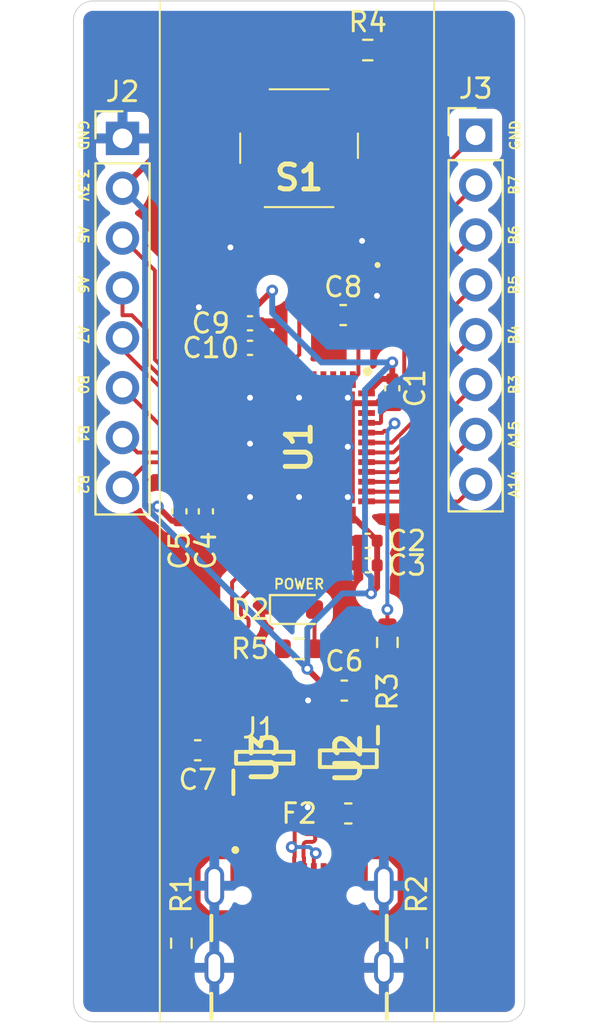
<source format=kicad_pcb>
(kicad_pcb (version 20241229) (generator "pcbnew") (generator_version "9.0")
  (layers (0 "F.Cu" signal) (2 "B.Cu" signal) (13 "F.Paste" user) (15 "B.Paste" user) (5 "F.SilkS" user "F.Silkscreen") (7 "B.SilkS" user "B.Silkscreen") (1 "F.Mask" user) (3 "B.Mask" user) (25 "Edge.Cuts" user))
  (net 0 "")
  (net 1 "Net-(F2-Pad2)")
  (net 2 "+5V")
  (net 3 "D-")
  (net 4 "D+")
  (net 5 "A0")
  (net 6 "B4")
  (net 7 "A9")
  (net 8 "B3")
  (net 9 "A8")
  (net 10 "A5")
  (net 11 "A3")
  (net 12 "A4")
  (net 13 "A7")
  (net 14 "A10")
  (net 15 "A13")
  (net 16 "B6")
  (net 17 "USB+")
  (net 18 "B8")
  (net 19 "A1")
  (net 20 "A2")
  (net 21 "A14")
  (net 22 "USB-")
  (net 23 "B0")
  (net 24 "B7")
  (net 25 "B1")
  (net 26 "A15")
  (net 27 "B5")
  (net 28 "A6")
  (net 29 "B2")
  (net 30 "+3.3V")
  (net 31 "Net-(J1-CC1)")
  (net 33 "GND")
  (net 34 "Net-(J1-CC2)")
  (net 36 "Net-(U1-VBAT)")
  (net 37 "Net-(U1-BOOT0)")
  (net 38 "NRST")
  (net 39 "B9")
  (net 42 "B13")
  (net 43 "B12")
  (net 46 "B10")
  (net 47 "B14")
  (net 50 "B15")
  (net 51 "Net-(D2-A)")
  (net 52 "Net-(S1-COM_1)")
  (footprint "Capacitor_SMD:C_0603_1608Metric" (layer "F.Cu") (at 115.805 108.13)
    (property "Reference" "C6" (at 0 -1.5 0) (layer "F.SilkS"))
    (property "Value" "1 uF")
    (fp_line (start -0.14058 -0.51) (end 0.14058 -0.51) (stroke (width 0.12)) (layer "F.SilkS"))
    (fp_line (start -0.14058 0.51) (end 0.14058 0.51) (stroke (width 0.12)) (layer "F.SilkS"))
    (pad "1" smd roundrect (at -0.775 0) (size 0.9 0.95) (layers "F.Cu" "F.Mask" "F.Paste") (net 30 "+3.3V"))
    (pad "2" smd roundrect (at 0.775 0) (size 0.9 0.95) (layers "F.Cu" "F.Mask" "F.Paste") (net 33 "GND"))
  )
  (footprint "Resistor_SMD:R_0603_1608Metric" (layer "F.Cu") (at 117 75.5)
    (property "Reference" "R4" (at 0 -1.43 0) (layer "F.SilkS"))
    (property "Value" "10k Ω")
    (fp_line (start -0.237258 -0.5225) (end 0.237258 -0.5225) (stroke (width 0.12)) (layer "F.SilkS"))
    (fp_line (start -0.237258 0.5225) (end 0.237258 0.5225) (stroke (width 0.12)) (layer "F.SilkS"))
    (pad "1" smd roundrect (at -0.825 0) (size 0.8 0.95) (layers "F.Cu" "F.Mask" "F.Paste") (net 30 "+3.3V"))
    (pad "2" smd roundrect (at 0.825 0) (size 0.8 0.95) (layers "F.Cu" "F.Mask" "F.Paste") (net 52 "Net-(S1-COM_1)"))
  )
  (footprint "Capacitor_SMD:C_0603_1608Metric" (layer "F.Cu") (at 115.75 89)
    (property "Reference" "C8" (at 0 -1.43 0) (layer "F.SilkS"))
    (property "Value" "2.2 uF")
    (fp_line (start -0.14058 -0.51) (end 0.14058 -0.51) (stroke (width 0.12)) (layer "F.SilkS"))
    (fp_line (start -0.14058 0.51) (end 0.14058 0.51) (stroke (width 0.12)) (layer "F.SilkS"))
    (pad "1" smd roundrect (at -0.775 0) (size 0.9 0.95) (layers "F.Cu" "F.Mask" "F.Paste") (net 33 "GND"))
    (pad "2" smd roundrect (at 0.775 0) (size 0.9 0.95) (layers "F.Cu" "F.Mask" "F.Paste") (net 36 "Net-(U1-VBAT)"))
  )
  (footprint "Capacitor_SMD:C_0402_1005Metric" (layer "F.Cu") (at 117 101.75 180)
    (property "Reference" "C3" (at -2 0 0) (layer "F.SilkS"))
    (property "Value" "100 nF")
    (fp_line (start -0.107836 0.36) (end 0.107836 0.36) (stroke (width 0.12)) (layer "F.SilkS"))
    (fp_line (start -0.107836 -0.36) (end 0.107836 -0.36) (stroke (width 0.12)) (layer "F.SilkS"))
    (pad "1" smd roundrect (at -0.48 0 180) (size 0.56 0.62) (layers "F.Cu" "F.Mask" "F.Paste") (net 30 "+3.3V"))
    (pad "2" smd roundrect (at 0.48 0 180) (size 0.56 0.62) (layers "F.Cu" "F.Mask" "F.Paste") (net 33 "GND"))
  )
  (footprint "KiCad Libs:SOT95P280X145-6N" (layer "F.Cu") (at 111.75 111.55 90)
    (property "Reference" "U3" (at 0 0 90) (layer "F.SilkS") (effects (font (size 1.27 1.27) (thickness 0.254))))
    (property "Value" "USBLC6-2SC6Y" (hide yes))
    (fp_line (start -1.85 -1.6) (end -0.65 -1.6) (stroke (width 0.2)) (layer "F.SilkS"))
    (fp_line (start 0.3 -1.462) (end 0.3 1.462) (stroke (width 0.2)) (layer "F.SilkS"))
    (fp_line (start -0.3 -1.462) (end 0.3 -1.462) (stroke (width 0.2)) (layer "F.SilkS"))
    (fp_line (start 0.3 1.462) (end -0.3 1.462) (stroke (width 0.2)) (layer "F.SilkS"))
    (fp_line (start -0.3 1.462) (end -0.3 -1.462) (stroke (width 0.2)) (layer "F.SilkS"))
    (pad "1" smd rect (at -1.25 -0.95 180) (size 0.6 1.2) (layers "F.Cu" "F.Mask" "F.Paste") (net 4 "D+"))
    (pad "2" smd rect (at -1.25 0 180) (size 0.6 1.2) (layers "F.Cu" "F.Mask" "F.Paste") (net 33 "GND"))
    (pad "3" smd rect (at -1.25 0.95 180) (size 0.6 1.2) (layers "F.Cu" "F.Mask" "F.Paste") (net 3 "D-"))
    (pad "4" smd rect (at 1.25 0.95 180) (size 0.6 1.2) (layers "F.Cu" "F.Mask" "F.Paste") (net 17 "USB+"))
    (pad "5" smd rect (at 1.25 0 180) (size 0.6 1.2) (layers "F.Cu" "F.Mask" "F.Paste") (net 2 "+5V"))
    (pad "6" smd rect (at 1.25 -0.95 180) (size 0.6 1.2) (layers "F.Cu" "F.Mask" "F.Paste") (net 22 "USB-"))
  )
  (footprint "KiCad Libs:SOT96P240X105-3N" (layer "F.Cu") (at 116.01 111.6 -90)
    (property "Reference" "U2" (at 0 0 270) (layer "F.SilkS") (effects (font (size 1.27 1.27) (thickness 0.254))))
    (property "Value" "AP2120N-3.3TRG1" (hide yes))
    (fp_line (start -0.425 1.45) (end -0.425 -1.45) (stroke (width 0.2)) (layer "F.SilkS"))
    (fp_line (start 0.425 1.45) (end -0.425 1.45) (stroke (width 0.2)) (layer "F.SilkS"))
    (fp_line (start -0.425 -1.45) (end 0.425 -1.45) (stroke (width 0.2)) (layer "F.SilkS"))
    (fp_line (start 0.425 -1.45) (end 0.425 1.45) (stroke (width 0.2)) (layer "F.SilkS"))
    (fp_line (start -1.625 -1.51) (end -0.775 -1.51) (stroke (width 0.2)) (layer "F.SilkS"))
    (pad "1" smd rect (at -1.2 -0.96) (size 0.6 0.85) (layers "F.Cu" "F.Mask" "F.Paste") (net 33 "GND"))
    (pad "2" smd rect (at -1.2 0.96) (size 0.6 0.85) (layers "F.Cu" "F.Mask" "F.Paste") (net 30 "+3.3V"))
    (pad "3" smd rect (at 1.2 0) (size 0.6 0.85) (layers "F.Cu" "F.Mask" "F.Paste") (net 2 "+5V"))
  )
  (footprint "Capacitor_SMD:C_0402_1005Metric" (layer "F.Cu") (at 107.4 99 90)
    (property "Reference" "C5" (at -2 0 90) (layer "F.SilkS"))
    (property "Value" "100 nF")
    (fp_line (start -0.107836 -0.36) (end 0.107836 -0.36) (stroke (width 0.12)) (layer "F.SilkS"))
    (fp_line (start -0.107836 0.36) (end 0.107836 0.36) (stroke (width 0.12)) (layer "F.SilkS"))
    (pad "1" smd roundrect (at -0.48 0 90) (size 0.56 0.62) (layers "F.Cu" "F.Mask" "F.Paste") (net 30 "+3.3V"))
    (pad "2" smd roundrect (at 0.48 0 90) (size 0.56 0.62) (layers "F.Cu" "F.Mask" "F.Paste") (net 33 "GND"))
  )
  (footprint "LED_SMD:LED_0603_1608Metric" (layer "F.Cu") (at 113.5 104)
    (property "Reference" "D2" (at -2.5 0 0) (layer "F.SilkS"))
    (property "Value" "LED")
    (fp_line (start -1.485 -0.735) (end -1.485 0.735) (stroke (width 0.12)) (layer "F.SilkS"))
    (fp_line (start -1.485 0.735) (end 0.8 0.735) (stroke (width 0.12)) (layer "F.SilkS"))
    (fp_line (start 0.8 -0.735) (end -1.485 -0.735) (stroke (width 0.12)) (layer "F.SilkS"))
    (pad "1" smd roundrect (at -0.7875 0) (size 0.875 0.95) (layers "F.Cu" "F.Mask" "F.Paste") (net 33 "GND"))
    (pad "2" smd roundrect (at 0.7875 0) (size 0.875 0.95) (layers "F.Cu" "F.Mask" "F.Paste") (net 51 "Net-(D2-A)"))
  )
  (footprint "Resistor_SMD:R_0603_1608Metric" (layer "F.Cu") (at 119.5 121 -90)
    (property "Reference" "R2" (at -2.5 0 90) (layer "F.SilkS"))
    (property "Value" "5.1k Ω")
    (fp_line (start -0.237258 0.5225) (end 0.237258 0.5225) (stroke (width 0.12)) (layer "F.SilkS"))
    (fp_line (start -0.237258 -0.5225) (end 0.237258 -0.5225) (stroke (width 0.12)) (layer "F.SilkS"))
    (pad "1" smd roundrect (at -0.825 0 270) (size 0.8 0.95) (layers "F.Cu" "F.Mask" "F.Paste") (net 34 "Net-(J1-CC2)"))
    (pad "2" smd roundrect (at 0.825 0 270) (size 0.8 0.95) (layers "F.Cu" "F.Mask" "F.Paste") (net 33 "GND"))
  )
  (footprint "Capacitor_SMD:C_0402_1005Metric" (layer "F.Cu") (at 117 100.5 180)
    (property "Reference" "C2" (at -2 0 0) (layer "F.SilkS"))
    (property "Value" "100 nF")
    (fp_line (start -0.107836 0.36) (end 0.107836 0.36) (stroke (width 0.12)) (layer "F.SilkS"))
    (fp_line (start -0.107836 -0.36) (end 0.107836 -0.36) (stroke (width 0.12)) (layer "F.SilkS"))
    (pad "1" smd roundrect (at -0.48 0 180) (size 0.56 0.62) (layers "F.Cu" "F.Mask" "F.Paste") (net 30 "+3.3V"))
    (pad "2" smd roundrect (at 0.48 0 180) (size 0.56 0.62) (layers "F.Cu" "F.Mask" "F.Paste") (net 33 "GND"))
  )
  (footprint "KiCad Libs:B3SN3012P" (layer "F.Cu") (at 113.5 80.5)
    (property "Reference" "S1" (at 0 1.5 0) (layer "F.SilkS") (effects (font (size 1.27 1.27) (thickness 0.254))))
    (property "Value" "B3SN-3012P" (hide yes))
    (fp_line (start -3 -0.75) (end -3 -0.75) (stroke (width 0.1)) (layer "F.SilkS"))
    (fp_line (start -3 -0.75) (end -3 0.75) (stroke (width 0.1)) (layer "F.SilkS"))
    (fp_line (start -3 0.75) (end -3 -0.75) (stroke (width 0.1)) (layer "F.SilkS"))
    (fp_line (start -3 0.75) (end -3 0.75) (stroke (width 0.1)) (layer "F.SilkS"))
    (fp_line (start -1.75 3) (end -1.75 3) (stroke (width 0.1)) (layer "F.SilkS"))
    (fp_line (start -1.75 3) (end 1.75 3) (stroke (width 0.1)) (layer "F.SilkS"))
    (fp_line (start -1.5 -3) (end -1.5 -3) (stroke (width 0.1)) (layer "F.SilkS"))
    (fp_line (start -1.5 -3) (end 1.5 -3) (stroke (width 0.1)) (layer "F.SilkS"))
    (fp_line (start 1.5 -3) (end -1.5 -3) (stroke (width 0.1)) (layer "F.SilkS"))
    (fp_line (start 1.5 -3) (end 1.5 -3) (stroke (width 0.1)) (layer "F.SilkS"))
    (fp_line (start 1.75 3) (end -1.75 3) (stroke (width 0.1)) (layer "F.SilkS"))
    (fp_line (start 1.75 3) (end 1.75 3) (stroke (width 0.1)) (layer "F.SilkS"))
    (fp_line (start 3 -0.75) (end 3 -0.75) (stroke (width 0.1)) (layer "F.SilkS"))
    (fp_line (start 3 -0.75) (end 3 0.5) (stroke (width 0.1)) (layer "F.SilkS"))
    (fp_line (start 3 0.5) (end 3 -0.75) (stroke (width 0.1)) (layer "F.SilkS"))
    (fp_line (start 3 0.5) (end 3 0.5) (stroke (width 0.1)) (layer "F.SilkS"))
    (fp_line (start 4 5.9) (end 4 5.9) (stroke (width 0.2)) (layer "F.SilkS"))
    (fp_line (start 4 6) (end 4 6) (stroke (width 0.2)) (layer "F.SilkS"))
    (fp_line (start 4 6) (end 4 6) (stroke (width 0.2)) (layer "F.SilkS"))
    (fp_arc (start 4 5.9) (mid 4.05 5.95) (end 4 6) (stroke (width 0.2)) (layer "F.SilkS"))
    (fp_arc (start 4 5.9) (mid 4.05 5.95) (end 4 6) (stroke (width 0.2)) (layer "F.SilkS"))
    (fp_arc (start 4 6) (mid 3.95 5.95) (end 4 5.9) (stroke (width 0.2)) (layer "F.SilkS"))
    (pad "1" smd rect (at 3.375 2 90) (size 1.4 2.75) (layers "F.Cu" "F.Mask" "F.Paste") (net 52 "Net-(S1-COM_1)"))
    (pad "2" smd rect (at -3.375 2 90) (size 1.4 2.75) (layers "F.Cu" "F.Mask" "F.Paste") (net 38 "NRST"))
    (pad "3" smd rect (at 3.375 -2 90) (size 1.4 2.75) (layers "F.Cu" "F.Mask" "F.Paste") (net 33 "GND"))
    (pad "4" smd rect (at -3.375 -2 90) (size 1.4 2.75) (layers "F.Cu" "F.Mask" "F.Paste") (net 33 "GND"))
  )
  (footprint "Capacitor_SMD:C_0402_1005Metric" (layer "F.Cu") (at 108.75 99 90)
    (property "Reference" "C4" (at -2 0 90) (layer "F.SilkS"))
    (property "Value" "100 nF")
    (fp_line (start -0.107836 -0.36) (end 0.107836 -0.36) (stroke (width 0.12)) (layer "F.SilkS"))
    (fp_line (start -0.107836 0.36) (end 0.107836 0.36) (stroke (width 0.12)) (layer "F.SilkS"))
    (pad "1" smd roundrect (at -0.48 0 90) (size 0.56 0.62) (layers "F.Cu" "F.Mask" "F.Paste") (net 30 "+3.3V"))
    (pad "2" smd roundrect (at 0.48 0 90) (size 0.56 0.62) (layers "F.Cu" "F.Mask" "F.Paste") (net 33 "GND"))
  )
  (footprint "Resistor_SMD:R_0603_1608Metric" (layer "F.Cu") (at 113.5 106 180)
    (property "Reference" "R5" (at 2.5 0 0) (layer "F.SilkS"))
    (property "Value" "330Ω")
    (fp_line (start -0.237258 0.5225) (end 0.237258 0.5225) (stroke (width 0.12)) (layer "F.SilkS"))
    (fp_line (start -0.237258 -0.5225) (end 0.237258 -0.5225) (stroke (width 0.12)) (layer "F.SilkS"))
    (pad "1" smd roundrect (at -0.825 0 180) (size 0.8 0.95) (layers "F.Cu" "F.Mask" "F.Paste") (net 51 "Net-(D2-A)"))
    (pad "2" smd roundrect (at 0.825 0 180) (size 0.8 0.95) (layers "F.Cu" "F.Mask" "F.Paste") (net 30 "+3.3V"))
  )
  (footprint "Capacitor_SMD:C_0402_1005Metric" (layer "F.Cu") (at 111 89.42)
    (property "Reference" "C9" (at -2 0 0) (layer "F.SilkS"))
    (property "Value" "100 nF")
    (fp_line (start -0.107836 -0.36) (end 0.107836 -0.36) (stroke (width 0.12)) (layer "F.SilkS"))
    (fp_line (start -0.107836 0.36) (end 0.107836 0.36) (stroke (width 0.12)) (layer "F.SilkS"))
    (pad "1" smd roundrect (at -0.48 0) (size 0.56 0.62) (layers "F.Cu" "F.Mask" "F.Paste") (net 30 "+3.3V"))
    (pad "2" smd roundrect (at 0.48 0) (size 0.56 0.62) (layers "F.Cu" "F.Mask" "F.Paste") (net 33 "GND"))
  )
  (footprint "KiCad Libs:QFN50P700X700X60-49N-D" (layer "F.Cu") (at 113.49 95.74 -90)
    (property "Reference" "U1" (at 0 0 270) (layer "F.SilkS") (effects (font (size 1.27 1.27) (thickness 0.254))))
    (property "Value" "STM32F411CEU6" (hide yes))
    (fp_circle (center -3.875 -3.5) (end -3.875 -3.375) (stroke (width 0.25)) (fill no) (layer "F.SilkS"))
    (pad "1" smd rect (at -3.45 -2.75) (size 0.3 0.85) (layers "F.Cu" "F.Mask" "F.Paste") (net 36 "Net-(U1-VBAT)"))
    (pad "2" smd rect (at -3.45 -2.25) (size 0.3 0.85) (layers "F.Cu" "F.Mask" "F.Paste"))
    (pad "3" smd rect (at -3.45 -1.75) (size 0.3 0.85) (layers "F.Cu" "F.Mask" "F.Paste"))
    (pad "4" smd rect (at -3.45 -1.25) (size 0.3 0.85) (layers "F.Cu" "F.Mask" "F.Paste"))
    (pad "5" smd rect (at -3.45 -0.75) (size 0.3 0.85) (layers "F.Cu" "F.Mask" "F.Paste"))
    (pad "6" smd rect (at -3.45 -0.25) (size 0.3 0.85) (layers "F.Cu" "F.Mask" "F.Paste"))
    (pad "7" smd rect (at -3.45 0.25) (size 0.3 0.85) (layers "F.Cu" "F.Mask" "F.Paste") (net 38 "NRST"))
    (pad "8" smd rect (at -3.45 0.75) (size 0.3 0.85) (layers "F.Cu" "F.Mask" "F.Paste") (net 33 "GND"))
    (pad "9" smd rect (at -3.45 1.25) (size 0.3 0.85) (layers "F.Cu" "F.Mask" "F.Paste") (net 30 "+3.3V"))
    (pad "10" smd rect (at -3.45 1.75) (size 0.3 0.85) (layers "F.Cu" "F.Mask" "F.Paste") (net 5 "A0"))
    (pad "11" smd rect (at -3.45 2.25) (size 0.3 0.85) (layers "F.Cu" "F.Mask" "F.Paste") (net 19 "A1"))
    (pad "12" smd rect (at -3.45 2.75) (size 0.3 0.85) (layers "F.Cu" "F.Mask" "F.Paste") (net 20 "A2"))
    (pad "13" smd rect (at -2.75 3.45 270) (size 0.3 0.85) (layers "F.Cu" "F.Mask" "F.Paste") (net 11 "A3"))
    (pad "14" smd rect (at -2.25 3.45 270) (size 0.3 0.85) (layers "F.Cu" "F.Mask" "F.Paste") (net 12 "A4"))
    (pad "15" smd rect (at -1.75 3.45 270) (size 0.3 0.85) (layers "F.Cu" "F.Mask" "F.Paste") (net 10 "A5"))
    (pad "16" smd rect (at -1.25 3.45 270) (size 0.3 0.85) (layers "F.Cu" "F.Mask" "F.Paste") (net 28 "A6"))
    (pad "17" smd rect (at -0.75 3.45 270) (size 0.3 0.85) (layers "F.Cu" "F.Mask" "F.Paste") (net 13 "A7"))
    (pad "18" smd rect (at -0.25 3.45 270) (size 0.3 0.85) (layers "F.Cu" "F.Mask" "F.Paste") (net 23 "B0"))
    (pad "19" smd rect (at 0.25 3.45 270) (size 0.3 0.85) (layers "F.Cu" "F.Mask" "F.Paste") (net 25 "B1"))
    (pad "20" smd rect (at 0.75 3.45 270) (size 0.3 0.85) (layers "F.Cu" "F.Mask" "F.Paste") (net 29 "B2"))
    (pad "21" smd rect (at 1.25 3.45 270) (size 0.3 0.85) (layers "F.Cu" "F.Mask" "F.Paste") (net 46 "B10"))
    (pad "22" smd rect (at 1.75 3.45 270) (size 0.3 0.85) (layers "F.Cu" "F.Mask" "F.Paste"))
    (pad "23" smd rect (at 2.25 3.45 270) (size 0.3 0.85) (layers "F.Cu" "F.Mask" "F.Paste") (net 33 "GND"))
    (pad "24" smd rect (at 2.75 3.45 270) (size 0.3 0.85) (layers "F.Cu" "F.Mask" "F.Paste") (net 30 "+3.3V"))
    (pad "25" smd rect (at 3.45 2.75) (size 0.3 0.85) (layers "F.Cu" "F.Mask" "F.Paste") (net 43 "B12"))
    (pad "26" smd rect (at 3.45 2.25) (size 0.3 0.85) (layers "F.Cu" "F.Mask" "F.Paste") (net 42 "B13"))
    (pad "27" smd rect (at 3.45 1.75) (size 0.3 0.85) (layers "F.Cu" "F.Mask" "F.Paste") (net 47 "B14"))
    (pad "28" smd rect (at 3.45 1.25) (size 0.3 0.85) (layers "F.Cu" "F.Mask" "F.Paste") (net 50 "B15"))
    (pad "29" smd rect (at 3.45 0.75) (size 0.3 0.85) (layers "F.Cu" "F.Mask" "F.Paste") (net 9 "A8"))
    (pad "30" smd rect (at 3.45 0.25) (size 0.3 0.85) (layers "F.Cu" "F.Mask" "F.Paste") (net 7 "A9"))
    (pad "31" smd rect (at 3.45 -0.25) (size 0.3 0.85) (layers "F.Cu" "F.Mask" "F.Paste") (net 14 "A10"))
    (pad "32" smd rect (at 3.45 -0.75) (size 0.3 0.85) (layers "F.Cu" "F.Mask" "F.Paste") (net 22 "USB-"))
    (pad "33" smd rect (at 3.45 -1.25) (size 0.3 0.85) (layers "F.Cu" "F.Mask" "F.Paste") (net 17 "USB+"))
    (pad "34" smd rect (at 3.45 -1.75) (size 0.3 0.85) (layers "F.Cu" "F.Mask" "F.Paste") (net 15 "A13"))
    (pad "35" smd rect (at 3.45 -2.25) (size 0.3 0.85) (layers "F.Cu" "F.Mask" "F.Paste") (net 33 "GND"))
    (pad "36" smd rect (at 3.45 -2.75) (size 0.3 0.85) (layers "F.Cu" "F.Mask" "F.Paste") (net 30 "+3.3V"))
    (pad "37" smd rect (at 2.75 -3.45 270) (size 0.3 0.85) (layers "F.Cu" "F.Mask" "F.Paste") (net 21 "A14"))
    (pad "38" smd rect (at 2.25 -3.45 270) (size 0.3 0.85) (layers "F.Cu" "F.Mask" "F.Paste") (net 26 "A15"))
    (pad "39" smd rect (at 1.75 -3.45 270) (size 0.3 0.85) (layers "F.Cu" "F.Mask" "F.Paste") (net 8 "B3"))
    (pad "40" smd rect (at 1.25 -3.45 270) (size 0.3 0.85) (layers "F.Cu" "F.Mask" "F.Paste") (net 6 "B4"))
    (pad "41" smd rect (at 0.75 -3.45 270) (size 0.3 0.85) (layers "F.Cu" "F.Mask" "F.Paste") (net 27 "B5"))
    (pad "42" smd rect (at 0.25 -3.45 270) (size 0.3 0.85) (layers "F.Cu" "F.Mask" "F.Paste") (net 16 "B6"))
    (pad "43" smd rect (at -0.25 -3.45 270) (size 0.3 0.85) (layers "F.Cu" "F.Mask" "F.Paste") (net 24 "B7"))
    (pad "44" smd rect (at -0.75 -3.45 270) (size 0.3 0.85) (layers "F.Cu" "F.Mask" "F.Paste") (net 37 "Net-(U1-BOOT0)"))
    (pad "45" smd rect (at -1.25 -3.45 270) (size 0.3 0.85) (layers "F.Cu" "F.Mask" "F.Paste") (net 18 "B8"))
    (pad "46" smd rect (at -1.75 -3.45 270) (size 0.3 0.85) (layers "F.Cu" "F.Mask" "F.Paste") (net 39 "B9"))
    (pad "47" smd rect (at -2.25 -3.45 270) (size 0.3 0.85) (layers "F.Cu" "F.Mask" "F.Paste") (net 33 "GND"))
    (pad "48" smd rect (at -2.75 -3.45 270) (size 0.3 0.85) (layers "F.Cu" "F.Mask" "F.Paste") (net 30 "+3.3V"))
    (pad "49" smd rect (at 0 0 270) (size 5.7 5.7) (layers "F.Cu" "F.Mask" "F.Paste") (net 33 "GND"))
  )
  (footprint "Capacitor_SMD:C_0402_1005Metric" (layer "F.Cu") (at 118.25 92.73 -90)
    (property "Reference" "C1" (at 0 -1.16 90) (layer "F.SilkS"))
    (property "Value" "10 uF")
    (fp_line (start -0.107836 0.36) (end 0.107836 0.36) (stroke (width 0.12)) (layer "F.SilkS"))
    (fp_line (start -0.107836 -0.36) (end 0.107836 -0.36) (stroke (width 0.12)) (layer "F.SilkS"))
    (pad "1" smd roundrect (at -0.48 0 270) (size 0.56 0.62) (layers "F.Cu" "F.Mask" "F.Paste") (net 30 "+3.3V"))
    (pad "2" smd roundrect (at 0.48 0 270) (size 0.56 0.62) (layers "F.Cu" "F.Mask" "F.Paste") (net 33 "GND"))
  )
  (footprint "Resistor_SMD:R_0603_1608Metric" (layer "F.Cu") (at 107.5 121 -90)
    (property "Reference" "R1" (at -2.5 0 90) (layer "F.SilkS"))
    (property "Value" "5.1k")
    (fp_line (start -0.237258 0.5225) (end 0.237258 0.5225) (stroke (width 0.12)) (layer "F.SilkS"))
    (fp_line (start -0.237258 -0.5225) (end 0.237258 -0.5225) (stroke (width 0.12)) (layer "F.SilkS"))
    (pad "1" smd roundrect (at -0.825 0 270) (size 0.8 0.95) (layers "F.Cu" "F.Mask" "F.Paste") (net 31 "Net-(J1-CC1)"))
    (pad "2" smd roundrect (at 0.825 0 270) (size 0.8 0.95) (layers "F.Cu" "F.Mask" "F.Paste") (net 33 "GND"))
  )
  (footprint "Fuse:Fuse_0603_1608Metric" (layer "F.Cu") (at 116.0075 114.39)
    (property "Reference" "F2" (at -2.5 0 0) (layer "F.SilkS"))
    (property "Value" "500 mA")
    (fp_line (start -0.162779 -0.51) (end 0.162779 -0.51) (stroke (width 0.12)) (layer "F.SilkS"))
    (fp_line (start -0.162779 0.51) (end 0.162779 0.51) (stroke (width 0.12)) (layer "F.SilkS"))
    (pad "1" smd roundrect (at -0.7875 0) (size 0.875 0.95) (layers "F.Cu" "F.Mask" "F.Paste") (net 2 "+5V"))
    (pad "2" smd roundrect (at 0.7875 0) (size 0.875 0.95) (layers "F.Cu" "F.Mask" "F.Paste") (net 1 "Net-(F2-Pad2)"))
  )
  (footprint "Capacitor_SMD:C_0402_1005Metric" (layer "F.Cu") (at 111 90.67)
    (property "Reference" "C10" (at -2 0 0) (layer "F.SilkS"))
    (property "Value" "1 uF")
    (fp_line (start -0.107836 -0.36) (end 0.107836 -0.36) (stroke (width 0.12)) (layer "F.SilkS"))
    (fp_line (start -0.107836 0.36) (end 0.107836 0.36) (stroke (width 0.12)) (layer "F.SilkS"))
    (pad "1" smd roundrect (at -0.48 0) (size 0.56 0.62) (layers "F.Cu" "F.Mask" "F.Paste") (net 30 "+3.3V"))
    (pad "2" smd roundrect (at 0.48 0) (size 0.56 0.62) (layers "F.Cu" "F.Mask" "F.Paste") (net 33 "GND"))
  )
  (footprint "Connector_PinHeader_2.54mm:PinHeader_1x08_P2.54mm_Vertical" (layer "F.Cu") (at 104.5 80)
    (property "Reference" "J2" (at 0 -2.38 0) (layer "F.SilkS"))
    (property "Value" "Conn_01x08_Pin")
    (fp_line (start -1.38 -1.38) (end 0 -1.38) (stroke (width 0.12)) (layer "F.SilkS"))
    (fp_line (start -1.38 0) (end -1.38 -1.38) (stroke (width 0.12)) (layer "F.SilkS"))
    (fp_line (start -1.38 1.27) (end -1.38 19.16) (stroke (width 0.12)) (layer "F.SilkS"))
    (fp_line (start -1.38 1.27) (end 1.38 1.27) (stroke (width 0.12)) (layer "F.SilkS"))
    (fp_line (start -1.38 19.16) (end 1.38 19.16) (stroke (width 0.12)) (layer "F.SilkS"))
    (fp_line (start 1.38 1.27) (end 1.38 19.16) (stroke (width 0.12)) (layer "F.SilkS"))
    (pad "1" thru_hole rect (at 0 0) (size 1.7 1.7) (drill 1) (layers "*.Cu" "*.Mask") (net 33 "GND"))
    (pad "2" thru_hole circle (at 0 2.54) (size 1.7 1.7) (drill 1) (layers "*.Cu" "*.Mask") (net 30 "+3.3V"))
    (pad "3" thru_hole circle (at 0 5.08) (size 1.7 1.7) (drill 1) (layers "*.Cu" "*.Mask") (net 10 "A5"))
    (pad "4" thru_hole circle (at 0 7.62) (size 1.7 1.7) (drill 1) (layers "*.Cu" "*.Mask") (net 28 "A6"))
    (pad "5" thru_hole circle (at 0 10.16) (size 1.7 1.7) (drill 1) (layers "*.Cu" "*.Mask") (net 13 "A7"))
    (pad "6" thru_hole circle (at 0 12.7) (size 1.7 1.7) (drill 1) (layers "*.Cu" "*.Mask") (net 23 "B0"))
    (pad "7" thru_hole circle (at 0 15.24) (size 1.7 1.7) (drill 1) (layers "*.Cu" "*.Mask") (net 25 "B1"))
    (pad "8" thru_hole circle (at 0 17.78) (size 1.7 1.7) (drill 1) (layers "*.Cu" "*.Mask") (net 29 "B2"))
  )
  (footprint "Resistor_SMD:R_0603_1608Metric" (layer "F.Cu") (at 118 105.675 90)
    (property "Reference" "R3" (at -2.5 0 90) (layer "F.SilkS"))
    (property "Value" "100k Ω")
    (fp_line (start -0.237258 -0.5225) (end 0.237258 -0.5225) (stroke (width 0.12)) (layer "F.SilkS"))
    (fp_line (start -0.237258 0.5225) (end 0.237258 0.5225) (stroke (width 0.12)) (layer "F.SilkS"))
    (pad "1" smd roundrect (at -0.825 0 90) (size 0.8 0.95) (layers "F.Cu" "F.Mask" "F.Paste") (net 33 "GND"))
    (pad "2" smd roundrect (at 0.825 0 90) (size 0.8 0.95) (layers "F.Cu" "F.Mask" "F.Paste") (net 37 "Net-(U1-BOOT0)"))
  )
  (footprint "USB4105-GF-A:GCT_USB4105-GF-A" (layer "F.Cu") (at 113.5 122.25)
    (property "Reference" "J1" (at -2.025 -12.205 0) (layer "F.SilkS"))
    (property "Value" "USB4105-GF-A")
    (fp_line (start -4.47 -2.65) (end -4.47 -1.4) (stroke (width 0.2)) (layer "F.SilkS"))
    (fp_line (start -4.47 1.32) (end -4.47 2.6) (stroke (width 0.2)) (layer "F.SilkS"))
    (fp_line (start 4.47 -2.65) (end 4.47 -1.4) (stroke (width 0.2)) (layer "F.SilkS"))
    (fp_line (start 4.47 2.6) (end 4.47 1.32) (stroke (width 0.2)) (layer "F.SilkS"))
    (fp_circle (center -3.25 -6) (end -3.15 -6) (stroke (width 0.2)) (fill no) (layer "F.SilkS"))
    (pad "" np_thru_hole circle (at -2.89 -3.68) (size 0.65 0.65) (drill 0.65) (layers "*.Cu" "*.Mask"))
    (pad "" np_thru_hole circle (at 2.89 -3.68) (size 0.65 0.65) (drill 0.65) (layers "*.Cu" "*.Mask"))
    (pad "A1_B12" smd rect (at -3.2 -4.755) (size 0.6 1.15) (layers "F.Cu" "F.Paste") (net 33 "GND"))
    (pad "A4_B9" smd rect (at -2.4 -4.755) (size 0.6 1.15) (layers "F.Cu" "F.Paste") (net 1 "Net-(F2-Pad2)"))
    (pad "A5" smd rect (at -1.25 -4.755) (size 0.3 1.15) (layers "F.Cu" "F.Paste") (net 31 "Net-(J1-CC1)"))
    (pad "A6" smd rect (at -0.25 -4.755) (size 0.3 1.15) (layers "F.Cu" "F.Paste") (net 4 "D+"))
    (pad "A7" smd rect (at 0.25 -4.755) (size 0.3 1.15) (layers "F.Cu" "F.Paste") (net 3 "D-"))
    (pad "A8" smd rect (at 1.25 -4.755) (size 0.3 1.15) (layers "F.Cu" "F.Paste"))
    (pad "B1_A12" smd rect (at 3.2 -4.755) (size 0.6 1.15) (layers "F.Cu" "F.Paste") (net 33 "GND"))
    (pad "B4_A9" smd rect (at 2.4 -4.755) (size 0.6 1.15) (layers "F.Cu" "F.Paste") (net 1 "Net-(F2-Pad2)"))
    (pad "B5" smd rect (at 1.75 -4.755) (size 0.3 1.15) (layers "F.Cu" "F.Paste") (net 34 "Net-(J1-CC2)"))
    (pad "B6" smd rect (at 0.75 -4.755) (size 0.3 1.15) (layers "F.Cu" "F.Paste") (net 4 "D+"))
    (pad "B7" smd rect (at -0.75 -4.755) (size 0.3 1.15) (layers "F.Cu" "F.Paste") (net 3 "D-"))
    (pad "B8" smd rect (at -1.75 -4.755) (size 0.3 1.15) (layers "F.Cu" "F.Paste"))
    (pad "SH1" thru_hole oval (at -4.32 -4.18) (size 1 2.1) (drill oval 0.6 1.7) (layers "*.Cu" "*.Mask") (net 33 "GND"))
    (pad "SH2" thru_hole oval (at 4.32 -4.18) (size 1 2.1) (drill oval 0.6 1.7) (layers "*.Cu" "*.Mask") (net 33 "GND"))
    (pad "SH3" thru_hole oval (at -4.32 0) (size 1 1.8) (drill oval 0.6 1.4) (layers "*.Cu" "*.Mask") (net 33 "GND"))
    (pad "SH4" thru_hole oval (at 4.32 0) (size 1 1.8) (drill oval 0.6 1.4) (layers "*.Cu" "*.Mask") (net 33 "GND"))
  )
  (footprint "Capacitor_SMD:C_0603_1608Metric" (layer "F.Cu") (at 108.335 111.17 180)
    (property "Reference" "C7" (at 0 -1.5 0) (layer "F.SilkS"))
    (property "Value" "1 uF")
    (fp_line (start -0.14058 0.51) (end 0.14058 0.51) (stroke (width 0.12)) (layer "F.SilkS"))
    (fp_line (start -0.14058 -0.51) (end 0.14058 -0.51) (stroke (width 0.12)) (layer "F.SilkS"))
    (pad "1" smd roundrect (at -0.775 0 180) (size 0.9 0.95) (layers "F.Cu" "F.Mask" "F.Paste") (net 2 "+5V"))
    (pad "2" smd roundrect (at 0.775 0 180) (size 0.9 0.95) (layers "F.Cu" "F.Mask" "F.Paste") (net 33 "GND"))
  )
  (footprint "Connector_PinHeader_2.54mm:PinHeader_1x08_P2.54mm_Vertical" (layer "F.Cu") (at 122.5 79.84)
    (property "Reference" "J3" (at 0 -2.38 0) (layer "F.SilkS"))
    (property "Value" "Conn_01x08_Pin")
    (fp_line (start -1.38 -1.38) (end 0 -1.38) (stroke (width 0.12)) (layer "F.SilkS"))
    (fp_line (start -1.38 0) (end -1.38 -1.38) (stroke (width 0.12)) (layer "F.SilkS"))
    (fp_line (start -1.38 1.27) (end -1.38 19.16) (stroke (width 0.12)) (layer "F.SilkS"))
    (fp_line (start -1.38 1.27) (end 1.38 1.27) (stroke (width 0.12)) (layer "F.SilkS"))
    (fp_line (start -1.38 19.16) (end 1.38 19.16) (stroke (width 0.12)) (layer "F.SilkS"))
    (fp_line (start 1.38 1.27) (end 1.38 19.16) (stroke (width 0.12)) (layer "F.SilkS"))
    (pad "1" thru_hole rect (at 0 0) (size 1.7 1.7) (drill 1) (layers "*.Cu" "*.Mask") (net 18 "B8"))
    (pad "2" thru_hole circle (at 0 2.54) (size 1.7 1.7) (drill 1) (layers "*.Cu" "*.Mask") (net 24 "B7"))
    (pad "3" thru_hole circle (at 0 5.08) (size 1.7 1.7) (drill 1) (layers "*.Cu" "*.Mask") (net 16 "B6"))
    (pad "4" thru_hole circle (at 0 7.62) (size 1.7 1.7) (drill 1) (layers "*.Cu" "*.Mask") (net 27 "B5"))
    (pad "5" thru_hole circle (at 0 10.16) (size 1.7 1.7) (drill 1) (layers "*.Cu" "*.Mask") (net 6 "B4"))
    (pad "6" thru_hole circle (at 0 12.7) (size 1.7 1.7) (drill 1) (layers "*.Cu" "*.Mask") (net 8 "B3"))
    (pad "7" thru_hole circle (at 0 15.24) (size 1.7 1.7) (drill 1) (layers "*.Cu" "*.Mask") (net 26 "A15"))
    (pad "8" thru_hole circle (at 0 17.78) (size 1.7 1.7) (drill 1) (layers "*.Cu" "*.Mask") (net 21 "A14"))
  )
  (gr_line (start 120.38 73) (end 120.38 125) (stroke (width 0.1)) (layer "F.SilkS"))
  (gr_line (start 106.4 73) (end 106.4 125) (stroke (width 0.1)) (layer "F.SilkS"))
  (gr_line (start 102 124) (end 102 74) (stroke (width 0.05)) (layer "Edge.Cuts"))
  (gr_arc (start 124 73) (mid 124.707107 73.292893) (end 125 74) (stroke (width 0.05)) (layer "Edge.Cuts"))
  (gr_arc (start 102 74) (mid 102.292893 73.292893) (end 103 73) (stroke (width 0.05)) (layer "Edge.Cuts"))
  (gr_line (start 125 74) (end 125 124) (stroke (width 0.05)) (layer "Edge.Cuts"))
  (gr_arc (start 103 125) (mid 102.292893 124.707107) (end 102 124) (stroke (width 0.05)) (layer "Edge.Cuts"))
  (gr_line (start 103 73) (end 124 73) (stroke (width 0.05)) (layer "Edge.Cuts"))
  (gr_line (start 124 125) (end 103 125) (stroke (width 0.05)) (layer "Edge.Cuts"))
  (gr_arc (start 125 124) (mid 124.707107 124.707107) (end 124 125) (stroke (width 0.05)) (layer "Edge.Cuts"))
  (gr_text "POWER" (at 113.5 103 0) (layer "F.SilkS") (effects (font (size 0.5 0.5) (thickness 0.1)) (justify bottom)))
  (gr_text "A6" (at 102.2 87.46 270) (layer "F.SilkS") (effects (font (size 0.5 0.5) (thickness 0.1)) (justify bottom)))
  (gr_text "A14" (at 124.75 97.62 90) (layer "F.SilkS") (effects (font (size 0.5 0.5) (thickness 0.1)) (justify bottom)))
  (gr_text "B0" (at 102.2 92.54 270) (layer "F.SilkS") (effects (font (size 0.5 0.5) (thickness 0.1)) (justify bottom)))
  (gr_text "B5" (at 124.75 87.46 90) (layer "F.SilkS") (effects (font (size 0.5 0.5) (thickness 0.1)) (justify bottom)))
  (gr_text "A7" (at 102.2 90 270) (layer "F.SilkS") (effects (font (size 0.5 0.5) (thickness 0.1)) (justify bottom)))
  (gr_text "B6" (at 124.75 84.92 90) (layer "F.SilkS") (effects (font (size 0.5 0.5) (thickness 0.1)) (justify bottom)))
  (gr_text "B1" (at 102.2 95.08 270) (layer "F.SilkS") (effects (font (size 0.5 0.5) (thickness 0.1)) (justify bottom)))
  (gr_text "B4" (at 124.75 90 90) (layer "F.SilkS") (effects (font (size 0.5 0.5) (thickness 0.1)) (justify bottom)))
  (gr_text "A5" (at 102.2 84.92 270) (layer "F.SilkS") (effects (font (size 0.5 0.5) (thickness 0.1)) (justify bottom)))
  (gr_text "GND\n" (at 102.2 79.84 270) (layer "F.SilkS") (effects (font (size 0.5 0.5) (thickness 0.1)) (justify bottom)))
  (gr_text "GND\n" (at 124.8 79.84 90) (layer "F.SilkS") (effects (font (size 0.5 0.5) (thickness 0.1)) (justify bottom)))
  (gr_text "B3" (at 124.75 92.54 90) (layer "F.SilkS") (effects (font (size 0.5 0.5) (thickness 0.1)) (justify bottom)))
  (gr_text "3.3V" (at 102.2 82.38 270) (layer "F.SilkS") (effects (font (size 0.5 0.5) (thickness 0.1)) (justify bottom)))
  (gr_text "A15" (at 124.75 95.08 90) (layer "F.SilkS") (effects (font (size 0.5 0.5) (thickness 0.1)) (justify bottom)))
  (gr_text "B2" (at 102.2 97.62 270) (layer "F.SilkS") (effects (font (size 0.5 0.5) (thickness 0.1)) (justify bottom)))
  (gr_text "B7" (at 124.75 82.38 90) (layer "F.SilkS") (effects (font (size 0.5 0.5) (thickness 0.1)) (justify bottom)))
  (segment (start 108.927504 116.569) (end 108.329 117.167504) (width 0.3) (layer "F.Cu") (net 1))
  (segment (start 111.1 117.495) (end 111.1 116.718) (width 0.3) (layer "F.Cu") (net 1))
  (segment (start 110.951 116.569) (end 108.927504 116.569) (width 0.3) (layer "F.Cu") (net 1))
  (segment (start 108.329 118.972496) (end 108.827504 119.471) (width 0.3) (layer "F.Cu") (net 1))
  (segment (start 108.329 117.167504) (end 108.329 118.972496) (width 0.3) (layer "F.Cu") (net 1))
  (segment (start 118.671 117.167504) (end 118.072496 116.569) (width 0.3) (layer "F.Cu") (net 1))
  (segment (start 116.795 115.725) (end 115.951 116.569) (width 0.3) (layer "F.Cu") (net 1))
  (segment (start 118.172496 119.471) (end 118.671 118.972496) (width 0.3) (layer "F.Cu") (net 1))
  (segment (start 118.671 118.972496) (end 118.671 117.167504) (width 0.3) (layer "F.Cu") (net 1))
  (segment (start 118.072496 116.569) (end 115.951 116.569) (width 0.3) (layer "F.Cu") (net 1))
  (segment (start 108.827504 119.471) (end 118.172496 119.471) (width 0.3) (layer "F.Cu") (net 1))
  (segment (start 116.795 114.39) (end 116.795 115.725) (width 0.3) (layer "F.Cu") (net 1))
  (segment (start 111.1 116.718) (end 110.951 116.569) (width 0.3) (layer "F.Cu") (net 1))
  (segment (start 115.9 116.62) (end 115.9 117.495) (width 0.3) (layer "F.Cu") (net 1))
  (segment (start 115.951 116.569) (end 115.9 116.62) (width 0.3) (layer "F.Cu") (net 1))
  (segment (start 111.75 111.2) (end 111.801 111.251) (width 0.3) (layer "F.Cu") (net 2))
  (segment (start 115.22 113.59) (end 116.01 112.8) (width 0.3) (layer "F.Cu") (net 2))
  (segment (start 111.801 111.251) (end 114.461 111.251) (width 0.3) (layer "F.Cu") (net 2))
  (segment (start 109.11 111.17) (end 109.191 111.251) (width 0.3) (layer "F.Cu") (net 2))
  (segment (start 109.191 111.251) (end 111.699 111.251) (width 0.3) (layer "F.Cu") (net 2))
  (segment (start 111.699 111.251) (end 111.75 111.2) (width 0.3) (layer "F.Cu") (net 2))
  (segment (start 111.75 110.3) (end 111.75 111.2) (width 0.3) (layer "F.Cu") (net 2))
  (segment (start 115.22 114.39) (end 115.22 113.59) (width 0.3) (layer "F.Cu") (net 2))
  (segment (start 114.461 111.251) (end 116.01 112.8) (width 0.3) (layer "F.Cu") (net 2))
  (segment (start 113.579 118.371) (end 113.75 118.2) (width 0.2) (layer "F.Cu") (net 3))
  (segment (start 113.75 117.495) (end 113.75 116.632499) (width 0.2) (layer "F.Cu") (net 3))
  (segment (start 113.725 115.198457) (end 113.725 115.088603) (width 0.2) (layer "F.Cu") (net 3))
  (segment (start 112.7 114.063603) (end 112.7 113.248344) (width 0.2) (layer "F.Cu") (net 3))
  (segment (start 112.75 118.322) (end 112.799 118.371) (width 0.2) (layer "F.Cu") (net 3))
  (segment (start 113.885 115.838457) (end 114.162451 115.838457) (width 0.2) (layer "F.Cu") (net 3))
  (segment (start 114.322451 115.678457) (end 114.322451 115.598457) (width 0.2) (layer "F.Cu") (net 3))
  (segment (start 112.7 113.248344) (end 112.7 112.8) (width 0.2) (layer "F.Cu") (net 3))
  (segment (start 112.75 117.495) (end 112.75 118.322) (width 0.2) (layer "F.Cu") (net 3))
  (segment (start 113.75 116.632499) (end 113.725 116.607499) (width 0.2) (layer "F.Cu") (net 3))
  (segment (start 113.725 116.607499) (end 113.725 115.998457) (width 0.2) (layer "F.Cu") (net 3))
  (segment (start 113.725 115.088603) (end 112.7 114.063603) (width 0.2) (layer "F.Cu") (net 3))
  (segment (start 113.725 115.278457) (end 113.725 115.198457) (width 0.2) (layer "F.Cu") (net 3))
  (segment (start 113.75 118.2) (end 113.75 117.495) (width 0.2) (layer "F.Cu") (net 3))
  (segment (start 112.799 118.371) (end 113.579 118.371) (width 0.2) (layer "F.Cu") (net 3))
  (segment (start 114.162451 115.438457) (end 113.885 115.438457) (width 0.2) (layer "F.Cu") (net 3))
  (arc (start 114.322451 115.598457) (mid 114.275588 115.48532) (end 114.162451 115.438457) (width 0.2) (layer "F.Cu") (net 3))
  (arc (start 113.885 115.438457) (mid 113.771863 115.391594) (end 113.725 115.278457) (width 0.2) (layer "F.Cu") (net 3))
  (arc (start 114.162451 115.838457) (mid 114.275588 115.791594) (end 114.322451 115.678457) (width 0.2) (layer "F.Cu") (net 3))
  (arc (start 113.725 115.998457) (mid 113.771863 115.88532) (end 113.885 115.838457) (width 0.2) (layer "F.Cu") (net 3))
  (segment (start 113.275 116.607499) (end 113.25 116.632499) (width 0.2) (layer "F.Cu") (net 4))
  (segment (start 111.701 113.701) (end 113.275 115.275) (width 0.2) (layer "F.Cu") (net 4))
  (segment (start 113.25 116.632499) (end 113.25 117.495) (width 0.2) (layer "F.Cu") (net 4))
  (segment (start 113.275 115.275) (end 113.275 116.1) (width 0.2) (layer "F.Cu") (net 4))
  (segment (start 110.8 112.8) (end 111.149 113.149) (width 0.2) (layer "F.Cu") (net 4))
  (segment (start 111.149 113.701) (end 111.701 113.701) (width 0.2) (layer "F.Cu") (net 4))
  (segment (start 113.275 116.1) (end 113.275 116.607499) (width 0.2) (layer "F.Cu") (net 4))
  (segment (start 114.351034 116.414703) (end 114.25 116.515737) (width 0.2) (layer "F.Cu") (net 4))
  (segment (start 114.25 116.515737) (end 114.25 117.495) (width 0.2) (layer "F.Cu") (net 4))
  (segment (start 111.149 113.149) (end 111.149 113.701) (width 0.2) (layer "F.Cu") (net 4))
  (segment (start 113.275 116.1) (end 113.125 116.1) (width 0.2) (layer "F.Cu") (net 4))
  (via (at 114.351034 116.414703) (size 0.6) (drill 0.3) (layers "F.Cu" "B.Cu") (net 4))
  (via (at 113.125 116.1) (size 0.6) (drill 0.3) (layers "F.Cu" "B.Cu") (net 4))
  (segment (start 114.036331 116.1) (end 114.351034 116.414703) (width 0.2) (layer "B.Cu") (net 4))
  (segment (start 114.351034 116.414703) (end 114.351034 116.438966) (width 0.2) (layer "B.Cu") (net 4))
  (segment (start 113.125 116.1) (end 114.036331 116.1) (width 0.2) (layer "B.Cu") (net 4))
  (segment (start 118.43595 97) (end 120.479 94.95695) (width 0.2) (layer "F.Cu") (net 6))
  (segment (start 120.479 92.021) (end 122.5 90) (width 0.2) (layer "F.Cu") (net 6))
  (segment (start 116.95 97) (end 118.43595 97) (width 0.2) (layer "F.Cu") (net 6))
  (segment (start 120.479 94.95695) (end 120.479 92.021) (width 0.2) (layer "F.Cu") (net 6))
  (segment (start 120.88 94.16) (end 122.5 92.54) (width 0.2) (layer "F.Cu") (net 8))
  (segment (start 118.50305 97.5) (end 120.88 95.12305) (width 0.2) (layer "F.Cu") (net 8))
  (segment (start 116.95 97.5) (end 118.50305 97.5) (width 0.2) (layer "F.Cu") (net 8))
  (segment (start 120.88 95.12305) (end 120.88 94.16) (width 0.2) (layer "F.Cu") (net 8))
  (segment (start 110.001 93.951) (end 110.05 94) (width 0.2) (layer "F.Cu") (net 10))
  (segment (start 106.151 86.731) (end 106.151 91.2668) (width 0.2) (layer "F.Cu") (net 10))
  (segment (start 106.151 91.2668) (end 108.8352 93.951) (width 0.2) (layer "F.Cu") (net 10))
  (segment (start 104.5 85.08) (end 106.151 86.731) (width 0.2) (layer "F.Cu") (net 10))
  (segment (start 108.8352 93.951) (end 110.001 93.951) (width 0.2) (layer "F.Cu") (net 10))
  (segment (start 108.75 95) (end 104.5 90.75) (width 0.2) (layer "F.Cu") (net 13))
  (segment (start 104.5 90.75) (end 104.5 90.16) (width 0.2) (layer "F.Cu") (net 13))
  (segment (start 110.05 95) (end 108.75 95) (width 0.2) (layer "F.Cu") (net 13))
  (segment (start 118.30175 96) (end 119.677 94.62475) (width 0.2) (layer "F.Cu") (net 16))
  (segment (start 119.677 87.743) (end 122.5 84.92) (width 0.2) (layer "F.Cu") (net 16))
  (segment (start 116.95 96) (end 118.30175 96) (width 0.2) (layer "F.Cu") (net 16))
  (segment (start 119.677 94.62475) (end 119.677 87.743) (width 0.2) (layer "F.Cu") (net 16))
  (segment (start 110.534811 104.182126) (end 110.534811 103.973434) (width 0.2) (layer "F.Cu") (net 17))
  (segment (start 114.74 99.815) (end 114.74 99.19) (width 0.2) (layer "F.Cu") (net 17))
  (segment (start 111.975 108.716802) (end 110.534811 107.276613) (width 0.2) (layer "F.Cu") (net 17))
  (segment (start 110.534811 103.973434) (end 110.534811 103.473387) (width 0.2) (layer "F.Cu") (net 17))
  (segment (start 110.534811 107.276613) (end 110.534811 105.173434) (width 0.2) (layer "F.Cu") (net 17))
  (segment (start 111.454049 102.554147) (end 111.81484 102.193358) (width 0.2) (layer "F.Cu") (net 17))
  (segment (start 111.81484 102.193358) (end 112.328198 101.68) (width 0.2) (layer "F.Cu") (net 17))
  (segment (start 112.099 109.399) (end 111.975 109.275) (width 0.2) (layer "F.Cu") (net 17))
  (segment (start 112.351 109.399) (end 112.099 109.399) (width 0.2) (layer "F.Cu") (net 17))
  (segment (start 112.328198 101.68) (end 112.875 101.68) (width 0.2) (layer "F.Cu") (net 17))
  (segment (start 111.975 109.275) (end 111.975 108.716802) (width 0.2) (layer "F.Cu") (net 17))
  (segment (start 112.351 109.651) (end 112.351 109.399) (width 0.2) (layer "F.Cu") (net 17))
  (segment (start 110.926119 104.782126) (end 110.926119 104.573434) (width 0.2) (layer "F.Cu") (net 17))
  (segment (start 112.7 110) (end 112.351 109.651) (width 0.2) (layer "F.Cu") (net 17))
  (segment (start 110.534811 103.473387) (end 111.454049 102.554147) (width 0.2) (layer "F.Cu") (net 17))
  (segment (start 112.875 101.68) (end 114.74 99.815) (width 0.2) (layer "F.Cu") (net 17))
  (segment (start 112.7 110.3) (end 112.7 110) (width 0.2) (layer "F.Cu") (net 17))
  (arc (start 110.730465 104.97778) (mid 110.868813 104.920474) (end 110.926119 104.782126) (width 0.2) (layer "F.Cu") (net 17))
  (arc (start 110.926119 104.573434) (mid 110.868813 104.435086) (end 110.730465 104.37778) (width 0.2) (layer "F.Cu") (net 17))
  (arc (start 110.534811 105.173434) (mid 110.592117 105.035086) (end 110.730465 104.97778) (width 0.2) (layer "F.Cu") (net 17))
  (arc (start 110.730465 104.37778) (mid 110.592117 104.320474) (end 110.534811 104.182126) (width 0.2) (layer "F.Cu") (net 17))
  (segment (start 118.60655 93.791) (end 118.861 93.53655) (width 0.2) (layer "F.Cu") (net 18))
  (segment (start 117.89345 93.791) (end 118.60655 93.791) (width 0.2) (layer "F.Cu") (net 18))
  (segment (start 116.95 94.5) (end 117.627 94.5) (width 0.2) (layer "F.Cu") (net 18))
  (segment (start 117.676 94.00845) (end 117.89345 93.791) (width 0.2) (layer "F.Cu") (net 18))
  (segment (start 118.861 93.53655) (end 118.861 83.479) (width 0.2) (layer "F.Cu") (net 18))
  (segment (start 118.861 83.479) (end 122.5 79.84) (width 0.2) (layer "F.Cu") (net 18))
  (segment (start 117.676 94.451) (end 117.676 94.00845) (width 0.2) (layer "F.Cu") (net 18))
  (segment (start 117.627 94.5) (end 117.676 94.451) (width 0.2) (layer "F.Cu") (net 18))
  (segment (start 116.95 98.5) (end 121.62 98.5) (width 0.2) (layer "F.Cu") (net 21))
  (segment (start 121.62 98.5) (end 122.5 97.62) (width 0.2) (layer "F.Cu") (net 21))
  (segment (start 114.24 99.815) (end 114.24 99.19) (width 0.2) (layer "F.Cu") (net 22))
  (segment (start 110.8 110) (end 111.149 109.651) (width 0.2) (layer "F.Cu") (net 22))
  (segment (start 111.525 109.275) (end 111.525 108.903198) (width 0.2) (layer "F.Cu") (net 22))
  (segment (start 110.084811 107.463009) (end 110.084811 102.615189) (width 0.2) (layer "F.Cu") (net 22))
  (segment (start 111.149 109.651) (end 111.149 109.399) (width 0.2) (layer "F.Cu") (net 22))
  (segment (start 111.149 109.399) (end 111.401 109.399) (width 0.2) (layer "F.Cu") (net 22))
  (segment (start 111.754583 100.945417) (end 113.109583 100.945417) (width 0.2) (layer "F.Cu") (net 22))
  (segment (start 113.109583 100.945417) (end 114.24 99.815) (width 0.2) (layer "F.Cu") (net 22))
  (segment (start 111.401 109.399) (end 111.525 109.275) (width 0.2) (layer "F.Cu") (net 22))
  (segment (start 110.084811 102.615189) (end 111.754583 100.945417) (width 0.2) (layer "F.Cu") (net 22))
  (segment (start 111.525 108.903198) (end 110.084811 107.463009) (width 0.2) (layer "F.Cu") (net 22))
  (segment (start 110.8 110.3) (end 110.8 110) (width 0.2) (layer "F.Cu") (net 22))
  (segment (start 110.05 95.5) (end 107.3 95.5) (width 0.2) (layer "F.Cu") (net 23))
  (segment (start 107.3 95.5) (end 104.5 92.7) (width 0.2) (layer "F.Cu") (net 23))
  (segment (start 118.23465 95.5) (end 119.276 94.45865) (width 0.2) (layer "F.Cu") (net 24))
  (segment (start 116.95 95.5) (end 118.23465 95.5) (width 0.2) (layer "F.Cu") (net 24))
  (segment (start 119.276 85.604) (end 122.5 82.38) (width 0.2) (layer "F.Cu") (net 24))
  (segment (start 119.276 94.45865) (end 119.276 85.604) (width 0.2) (layer "F.Cu") (net 24))
  (segment (start 110.05 96) (end 105.26 96) (width 0.2) (layer "F.Cu") (net 25))
  (segment (start 105.26 96) (end 104.5 95.24) (width 0.2) (layer "F.Cu") (net 25))
  (segment (start 119.58 98) (end 122.5 95.08) (width 0.2) (layer "F.Cu") (net 26))
  (segment (start 116.95 98) (end 119.58 98) (width 0.2) (layer "F.Cu") (net 26))
  (segment (start 116.95 96.5) (end 118.36885 96.5) (width 0.2) (layer "F.Cu") (net 27))
  (segment (start 118.36885 96.5) (end 120.078 94.79085) (width 0.2) (layer "F.Cu") (net 27))
  (segment (start 120.078 94.79085) (end 120.078 89.882) (width 0.2) (layer "F.Cu") (net 27))
  (segment (start 120.078 89.882) (end 122.5 87.46) (width 0.2) (layer "F.Cu") (net 27))
  (segment (start 105.75 89.78224) (end 104.97676 89.009) (width 0.2) (layer "F.Cu") (net 28))
  (segment (start 110.05 94.5) (end 108.8171 94.5) (width 0.2) (layer "F.Cu") (net 28))
  (segment (start 104.5 89.009) (end 104.5 87.62) (width 0.2) (layer "F.Cu") (net 28))
  (segment (start 108.8171 94.5) (end 105.75 91.4329) (width 0.2) (layer "F.Cu") (net 28))
  (segment (start 105.75 91.4329) (end 105.75 89.78224) (width 0.2) (layer "F.Cu") (net 28))
  (segment (start 104.97676 89.009) (end 104.5 89.009) (width 0.2) (layer "F.Cu") (net 28))
  (segment (start 110.05 96.5) (end 105.78 96.5) (width 0.2) (layer "F.Cu") (net 29))
  (segment (start 105.78 96.5) (end 104.5 97.78) (width 0.2) (layer "F.Cu") (net 29))
  (segment (start 110.52 89.36) (end 112.13 87.75) (width 0.3) (layer "F.Cu") (net 30))
  (segment (start 113.92 107.02) (end 115.03 108.13) (width 0.3) (layer "F.Cu") (net 30))
  (segment (start 107.4 99.48) (end 107.02 99.48) (width 0.3) (layer "F.Cu") (net 30))
  (segment (start 117.48 101.75) (end 117.48 102.87) (width 0.3) (layer "F.Cu") (net 30))
  (segment (start 115.05 108.15) (end 115.03 108.13) (width 0.3) (layer "F.Cu") (net 30))
  (segment (start 116.24 99.26) (end 117.48 100.5) (width 0.3) (layer "F.Cu") (net 30))
  (segment (start 118.25 92.25) (end 117.7 92.25) (width 0.3) (layer "F.Cu") (net 30))
  (segment (start 112.9 106) (end 113.92 107.02) (width 0.3) (layer "F.Cu") (net 30))
  (segment (start 107.02 99.48) (end 106.3 98.76) (width 0.3) (layer "F.Cu") (net 30))
  (segment (start 110.52 89.42) (end 110.52 89.36) (width 0.3) (layer "F.Cu") (net 30))
  (segment (start 112.24 91.565) (end 111.415 91.565) (width 0.3) (layer "F.Cu") (net 30))
  (segment (start 107.4 99.48) (end 108.75 99.48) (width 0.3) (layer "F.Cu") (net 30))
  (segment (start 111.415 91.565) (end 110.52 90.67) (width 0.3) (layer "F.Cu") (net 30))
  (segment (start 112.675 106) (end 112.9 106) (width 0.3) (layer "F.Cu") (net 30))
  (segment (start 117.48 102.87) (end 117.17 103.18) (width 0.3) (layer "F.Cu") (net 30))
  (segment (start 109.74 98.49) (end 108.75 99.48) (width 0.3) (layer "F.Cu") (net 30))
  (segment (start 117.7 92.25) (end 116.95 93) (width 0.3) (layer "F.Cu") (net 30))
  (segment (start 107.3 79.74) (end 104.5 82.54) (width 0.3) (layer "F.Cu") (net 30))
  (segment (start 112.24 92.29) (end 112.24 91.565) (width 0.3) (layer "F.Cu") (net 30))
  (segment (start 113.92 107.02) (end 113.99 107.09) (width 0.3) (layer "F.Cu") (net 30))
  (segment (start 118.25 92.25) (end 118.25 91.41) (width 0.3) (layer "F.Cu") (net 30))
  (segment (start 116.24 99.19) (end 116.24 99.26) (width 0.3) (layer "F.Cu") (net 30))
  (segment (start 116.175 75.5) (end 111.935 79.74) (width 0.3) (layer "F.Cu") (net 30))
  (segment (start 117.48 101.75) (end 117.48 100.5) (width 0.3) (layer "F.Cu") (net 30))
  (segment (start 110.52 89.42) (end 110.52 90.67) (width 0.3) (layer "F.Cu") (net 30))
  (segment (start 115.05 110.4) (end 115.05 108.15) (width 0.3) (layer "F.Cu") (net 30))
  (segment (start 111.935 79.74) (end 107.3 79.74) (width 0.3) (layer "F.Cu") (net 30))
  (segment (start 110.04 98.49) (end 109.74 98.49) (width 0.3) (layer "F.Cu") (net 30))
  (via (at 112.13 87.75) (size 0.6) (drill 0.3) (layers "F.Cu" "B.Cu") (net 30))
  (via (at 113.92 107.02) (size 0.6) (drill 0.3) (layers "F.Cu" "B.Cu") (net 30))
  (via (at 117.17 103.18) (size 0.6) (drill 0.3) (layers "F.Cu" "B.Cu") (net 30))
  (via (at 118.25 91.41) (size 0.6) (drill 0.3) (layers "F.Cu" "B.Cu") (net 30))
  (via (at 106.3 98.75) (size 0.6) (drill 0.3) (layers "F.Cu" "B.Cu") (net 30))
  (segment (start 106.3 98.75) (end 105.761 98.75) (width 0.3) (layer "B.Cu") (net 30))
  (segment (start 114.64 91.41) (end 118.25 91.41) (width 0.3) (layer "B.Cu") (net 30))
  (segment (start 105.651 98.751) (end 113.92 107.02) (width 0.3) (layer "B.Cu") (net 30))
  (segment (start 112.13 88.9) (end 114.64 91.41) (width 0.3) (layer "B.Cu") (net 30))
  (segment (start 105.651 83.691) (end 105.651 98.64) (width 0.3) (layer "B.Cu") (net 30))
  (segment (start 117.17 103.18) (end 117.17 102.34) (width 0.3) (layer "B.Cu") (net 30))
  (segment (start 117.17 103.18) (end 115.71 103.18) (width 0.3) (layer "B.Cu") (net 30))
  (segment (start 113.92 104.97) (end 113.92 107.02) (width 0.3) (layer "B.Cu") (net 30))
  (segment (start 105.761 98.75) (end 105.651 98.64) (width 0.3) (layer "B.Cu") (net 30))
  (segment (start 105.651 98.64) (end 105.651 98.751) (width 0.3) (layer "B.Cu") (net 30))
  (segment (start 115.71 103.18) (end 113.92 104.97) (width 0.3) (layer "B.Cu") (net 30))
  (segment (start 104.5 82.54) (end 105.651 83.691) (width 0.3) (layer "B.Cu") (net 30))
  (segment (start 117.17 102.34) (end 116.86 102.03) (width 0.3) (layer "B.Cu") (net 30))
  (segment (start 116.86 92.8) (end 118.25 91.41) (width 0.3) (layer "B.Cu") (net 30))
  (segment (start 116.86 102.03) (end 116.86 92.8) (width 0.3) (layer "B.Cu") (net 30))
  (segment (start 106.3 98.75) (end 106.31 98.76) (width 0.3) (layer "B.Cu") (net 30))
  (segment (start 112.13 87.75) (end 112.13 88.9) (width 0.3) (layer "B.Cu") (net 30))
  (segment (start 111.648 116.118) (end 112.25 116.72) (width 0.2) (layer "F.Cu") (net 31))
  (segment (start 108.740694 116.118) (end 111.648 116.118) (width 0.2) (layer "F.Cu") (net 31))
  (segment (start 107.5 117.358694) (end 108.740694 116.118) (width 0.2) (layer "F.Cu") (net 31))
  (segment (start 112.25 116.72) (end 112.25 117.495) (width 0.2) (layer "F.Cu") (net 31))
  (segment (start 107.5 120.175) (end 107.5 117.358694) (width 0.2) (layer "F.Cu") (net 31))
  (segment (start 115.74 99.19) (end 115.74 97.99) (width 0.3) (layer "F.Cu") (net 33))
  (segment (start 111.24 97.99) (end 113.49 95.74) (width 0.3) (layer "F.Cu") (net 33))
  (segment (start 115.74 93.49) (end 113.49 95.74) (width 0.3) (layer "F.Cu") (net 33))
  (segment (start 110.04 97.99) (end 111.24 97.99) (width 0.3) (layer "F.Cu") (net 33))
  (segment (start 117.46 93.49) (end 117.74 93.21) (width 0.3) (layer "F.Cu") (net 33))
  (segment (start 116.49 101.76) (end 116.48 101.75) (width 0.3) (layer "F.Cu") (net 33))
  (segment (start 115.74 97.99) (end 113.49 95.74) (width 0.3) (layer "F.Cu") (net 33))
  (segment (start 116.94 93.49) (end 115.74 93.49) (width 0.3) (layer "F.Cu") (net 33))
  (segment (start 116.94 93.49) (end 117.46 93.49) (width 0.3) (layer "F.Cu") (net 33))
  (segment (start 112.74 94.99) (end 113.49 95.74) (width 0.3) (layer "F.Cu") (net 33))
  (segment (start 117.74 93.21) (end 118.25 93.21) (width 0.3) (layer "F.Cu") (net 33))
  (segment (start 112.74 92.29) (end 112.74 94.99) (width 0.3) (layer "F.Cu") (net 33))
  (via (at 108.39 88.6) (size 0.6) (drill 0.3) (layers "F.Cu" "B.Cu") (net 33))
  (via (at 116.71 85.22) (size 0.6) (drill 0.3) (layers "F.Cu" "B.Cu") (net 33))
  (via (at 113.94 114.07) (size 0.6) (drill 0.3) (layers "F.Cu" "B.Cu") (net 33))
  (via (at 111 93.21) (size 0.6) (drill 0.3) (layers "F.Cu" "B.Cu") (net 33))
  (via (at 113.5 98.27) (size 0.6) (drill 0.3) (layers "F.Cu" "B.Cu") (net 33))
  (via (at 113.5 93.21) (size 0.6) (drill 0.3) (layers "F.Cu" "B.Cu") (net 33))
  (via (at 115.98 95.71) (size 0.6) (drill 0.3) (layers "F.Cu" "B.Cu") (net 33))
  (via (at 115.98 93.21) (size 0.6) (drill 0.3) (layers "F.Cu" "B.Cu") (net 33))
  (via (at 111 95.55) (size 0.6) (drill 0.3) (layers "F.Cu" "B.Cu") (net 33))
  (via (at 113.96 108.63) (size 0.6) (drill 0.3) (layers "F.Cu" "B.Cu") (net 33))
  (via (at 115.98 98.27) (size 0.6) (drill 0.3) (layers "F.Cu" "B.Cu") (net 33))
  (via (at 111 98.27) (size 0.6) (drill 0.3) (layers "F.Cu" "B.Cu") (net 33))
  (via (at 110 85.55) (size 0.6) (drill 0.3) (layers "F.Cu" "B.Cu") (net 33))
  (via (at 117.47 88.02) (size 0.6) (drill 0.3) (layers "F.Cu" "B.Cu") (net 33))
  (segment (start 116.3549 113.614) (end 116.0565 113.9124) (width 0.2) (layer "F.Cu") (net 34))
  (segment (start 116.0565 113.9124) (end 116.0565 114.8676) (width 0.2) (layer "F.Cu") (net 34))
  (segment (start 117.2351 113.614) (end 116.3549 113.614) (width 0.2) (layer "F.Cu") (net 34))
  (segment (start 119.5 120.175) (end 119.5 115.8789) (width 0.2) (layer "F.Cu") (net 34))
  (segment (start 115.25 115.6741) (end 115.25 117.495) (width 0.2) (layer "F.Cu") (net 34))
  (segment (start 119.5 115.8789) (end 117.2351 113.614) (width 0.2) (layer "F.Cu") (net 34))
  (segment (start 116.0565 114.8676) (end 115.25 115.6741) (width 0.2) (layer "F.Cu") (net 34))
  (segment (start 116.525 92.005) (end 116.24 92.29) (width 0.2) (layer "F.Cu") (net 36))
  (segment (start 116.525 89) (end 116.525 92.005) (width 0.2) (layer "F.Cu") (net 36))
  (segment (start 117.85 94.9) (end 117.75 95) (width 0.2) (layer "F.Cu") (net 37))
  (segment (start 118 104) (end 118 104.85) (width 0.2) (layer "F.Cu") (net 37))
  (segment (start 117.75 95) (end 116.95 95) (width 0.2) (layer "F.Cu") (net 37))
  (segment (start 118.36806 94.51806) (end 117.98612 94.9) (width 0.2) (layer "F.Cu") (net 37))
  (segment (start 117.98612 94.9) (end 117.85 94.9) (width 0.2) (layer "F.Cu") (net 37))
  (via (at 118 104) (size 0.6) (drill 0.3) (layers "F.Cu" "B.Cu") (net 37))
  (via (at 118.36806 94.51806) (size 0.6) (drill 0.3) (layers "F.Cu" "B.Cu") (net 37))
  (segment (start 118.36806 94.51806) (end 118 94.88612) (width 0.2) (layer "B.Cu") (net 37))
  (segment (start 118 94.88612) (end 118 104) (width 0.2) (layer "B.Cu") (net 37))
  (segment (start 113.25 91.26755) (end 113.25 92.3) (width 0.2) (layer "F.Cu") (net 38))
  (segment (start 113.511 91.00655) (end 113.25 91.26755) (width 0.2) (layer "F.Cu") (net 38))
  (segment (start 110.125 82.5) (end 113.511 85.886) (width 0.2) (layer "F.Cu") (net 38))
  (segment (start 113.511 85.886) (end 113.511 91.00655) (width 0.2) (layer "F.Cu") (net 38))
  (segment (start 114.2875 105.9625) (end 114.325 106) (width 0.2) (layer "F.Cu") (net 51))
  (segment (start 114.2875 104) (end 114.2875 105.9625) (width 0.2) (layer "F.Cu") (net 51))
  (segment (start 116.875 82.5) (end 118.74 80.635) (width 0.2) (layer "F.Cu") (net 52))
  (segment (start 118.74 76.415) (end 117.825 75.5) (width 0.2) (layer "F.Cu") (net 52))
  (segment (start 118.74 80.635) (end 118.74 76.415) (width 0.2) (layer "F.Cu") (net 52))
  (zone (net 33) (net_name "GND") (layers "F.Cu" "B.Cu") (priority 1) (connect_pads (clearance 0.5)) (min_thickness 0.25) (fill yes (thermal_gap 0.5) (thermal_bridge_width 0.5))
    (polygon (pts (xy 102 73) (xy 125 73) (xy 125 125) (xy 102 125)))
  )
)
</source>
